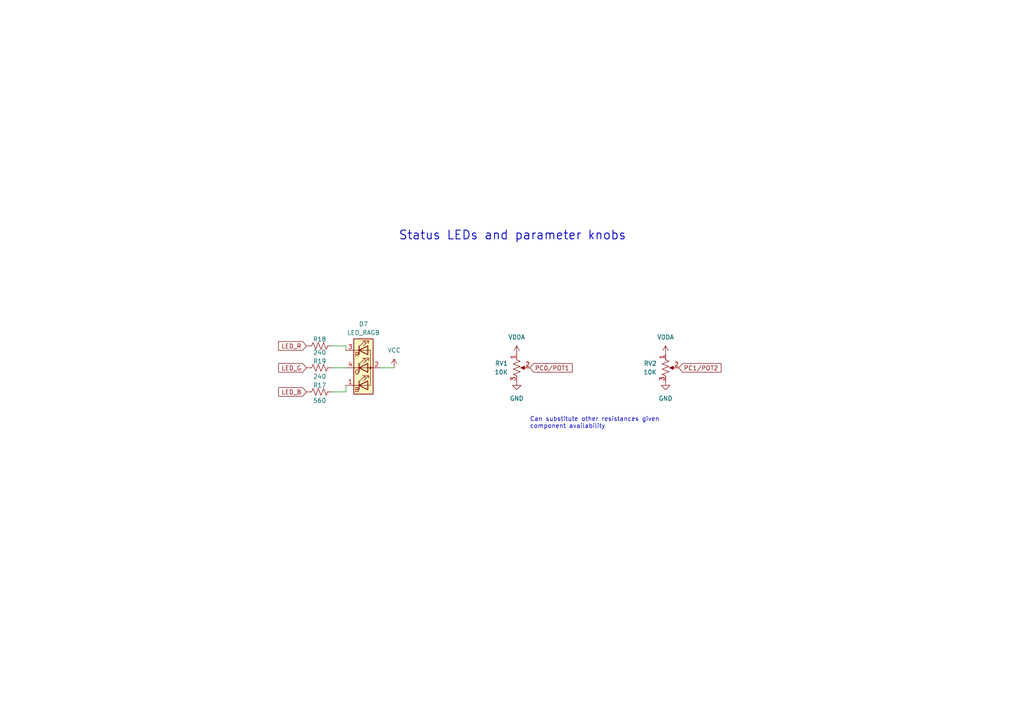
<source format=kicad_sch>
(kicad_sch (version 20230121) (generator eeschema)
  (paper "A4")
  (title_block (title "DSP PAW add-on board") (date "2023-09-04") (rev "2") (company "bitgloo") (comment 1 "Released under the CERN Open Hardware Licence Version 2 - Strongly Reciprocal"))
  (lib_symbols
    (symbol "Device:LED_BARG" (pin_names (offset 0) hide)
      (property "Reference" "D" (at 0 9.398 0))
      (property "Value" "LED_BARG" (at 0 -8.89 0))
      (symbol "LED_BARG_0_0"
        (text "B" (at -1.905 -6.35 0) (effects (font (size 1.27 1.27))))
        (text "G" (at -1.905 -1.27 0) (effects (font (size 1.27 1.27))))
        (text "R" (at -1.905 3.81 0) (effects (font (size 1.27 1.27))))
      )
      (symbol "LED_BARG_0_1"
        (polyline (pts (xy -1.27 -5.08) (xy -2.54 -5.08)))
        (polyline (pts (xy -1.27 -5.08) (xy 1.27 -5.08)))
        (polyline (pts (xy -1.27 -3.81) (xy -1.27 -6.35)) (stroke (width 0.254)))
        (polyline (pts (xy -1.27 0) (xy -2.54 0)))
        (polyline (pts (xy -1.27 1.27) (xy -1.27 -1.27)) (stroke (width 0.254)))
        (polyline (pts (xy -1.27 5.08) (xy -2.54 5.08)))
        (polyline (pts (xy -1.27 5.08) (xy 1.27 5.08)))
        (polyline (pts (xy -1.27 6.35) (xy -1.27 3.81)) (stroke (width 0.254)))
        (polyline (pts (xy 1.27 0) (xy -1.27 0)))
        (polyline (pts (xy 1.27 0) (xy 2.54 0)))
        (polyline (pts (xy -1.27 1.27) (xy -1.27 -1.27) (xy -1.27 -1.27)))
        (polyline (pts (xy -1.27 6.35) (xy -1.27 3.81) (xy -1.27 3.81)))
        (polyline (pts (xy 1.27 -5.08) (xy 2.032 -5.08) (xy 2.032 5.08) (xy 1.27 5.08)))
        (polyline (pts (xy 1.27 -3.81) (xy 1.27 -6.35) (xy -1.27 -5.08) (xy 1.27 -3.81)) (stroke (width 0.254)))
        (polyline (pts (xy 1.27 1.27) (xy 1.27 -1.27) (xy -1.27 0) (xy 1.27 1.27)) (stroke (width 0.254)))
        (polyline (pts (xy 1.27 6.35) (xy 1.27 3.81) (xy -1.27 5.08) (xy 1.27 6.35)) (stroke (width 0.254)))
        (polyline (pts (xy -1.016 -3.81) (xy 0.508 -2.286) (xy -0.254 -2.286) (xy 0.508 -2.286) (xy 0.508 -3.048)))
        (polyline (pts (xy -1.016 1.27) (xy 0.508 2.794) (xy -0.254 2.794) (xy 0.508 2.794) (xy 0.508 2.032)))
        (polyline (pts (xy -1.016 6.35) (xy 0.508 7.874) (xy -0.254 7.874) (xy 0.508 7.874) (xy 0.508 7.112)))
        (polyline (pts (xy 0 -3.81) (xy 1.524 -2.286) (xy 0.762 -2.286) (xy 1.524 -2.286) (xy 1.524 -3.048)))
        (polyline (pts (xy 0 1.27) (xy 1.524 2.794) (xy 0.762 2.794) (xy 1.524 2.794) (xy 1.524 2.032)))
        (polyline (pts (xy 0 6.35) (xy 1.524 7.874) (xy 0.762 7.874) (xy 1.524 7.874) (xy 1.524 7.112)))
        (rectangle (start 1.27 -1.27) (end 1.27 1.27))
        (rectangle (start 1.27 1.27) (end 1.27 1.27))
        (rectangle (start 1.27 3.81) (end 1.27 6.35))
        (rectangle (start 1.27 6.35) (end 1.27 6.35))
        (circle (center 2.032 0) (radius 0.254) (fill (type outline)))
        (rectangle (start 2.794 8.382) (end -2.794 -7.62) (stroke (width 0.254)) (fill (type background)))
      )
      (symbol "LED_BARG_1_1"
        (pin passive line (at -5.08 -5.08 0) (length 2.54) (name "BK") (number "1"))
        (pin passive line (at 5.08 0 180) (length 2.54) (name "A") (number "2"))
        (pin passive line (at -5.08 5.08 0) (length 2.54) (name "RK") (number "3"))
        (pin passive line (at -5.08 0 0) (length 2.54) (name "GK") (number "4"))
      )
    )
    (symbol "Device:R_Potentiometer_US" (pin_names (offset 1.016) hide)
      (property "Reference" "RV" (at -4.445 0 90))
      (property "Value" "R_Potentiometer_US" (at -2.54 0 90))
      (symbol "R_Potentiometer_US_0_1"
        (polyline (pts (xy 0 -2.286) (xy 0 -2.54)))
        (polyline (pts (xy 0 2.54) (xy 0 2.286)))
        (polyline (pts (xy 2.54 0) (xy 1.524 0)))
        (polyline (pts (xy 1.143 0) (xy 2.286 0.508) (xy 2.286 -0.508) (xy 1.143 0)) (fill (type outline)))
        (polyline (pts (xy 0 -0.762) (xy 1.016 -1.143) (xy 0 -1.524) (xy -1.016 -1.905) (xy 0 -2.286)))
        (polyline (pts (xy 0 0.762) (xy 1.016 0.381) (xy 0 0) (xy -1.016 -0.381) (xy 0 -0.762)))
        (polyline (pts (xy 0 2.286) (xy 1.016 1.905) (xy 0 1.524) (xy -1.016 1.143) (xy 0 0.762)))
      )
      (symbol "R_Potentiometer_US_1_1"
        (pin passive line (at 0 3.81 270) (length 1.27) (name "1") (number "1"))
        (pin passive line (at 3.81 0 180) (length 1.27) (name "2") (number "2"))
        (pin passive line (at 0 -3.81 90) (length 1.27) (name "3") (number "3"))
      )
    )
    (symbol "Device:R_US" (pin_numbers hide) (pin_names (offset 0))
      (property "Reference" "R" (at 2.54 0 90))
      (property "Value" "R_US" (at -2.54 0 90))
      (symbol "R_US_0_1"
        (polyline (pts (xy 0 -2.286) (xy 0 -2.54)))
        (polyline (pts (xy 0 2.286) (xy 0 2.54)))
        (polyline (pts (xy 0 -0.762) (xy 1.016 -1.143) (xy 0 -1.524) (xy -1.016 -1.905) (xy 0 -2.286)))
        (polyline (pts (xy 0 0.762) (xy 1.016 0.381) (xy 0 0) (xy -1.016 -0.381) (xy 0 -0.762)))
        (polyline (pts (xy 0 2.286) (xy 1.016 1.905) (xy 0 1.524) (xy -1.016 1.143) (xy 0 0.762)))
      )
      (symbol "R_US_1_1"
        (pin passive line (at 0 3.81 270) (length 1.27) (name "~") (number "1"))
        (pin passive line (at 0 -3.81 90) (length 1.27) (name "~") (number "2"))
      )
    )
    (symbol "power:GND" (power) (pin_names (offset 0))
      (property "Value" "GND" (at 0 -3.81 0))
      (symbol "GND_0_1"
        (polyline (pts (xy 0 0) (xy 0 -1.27) (xy 1.27 -1.27) (xy 0 -2.54) (xy -1.27 -1.27) (xy 0 -1.27)))
      )
      (symbol "GND_1_1"
        (pin power_in line (at 0 0 270) (length 0) hide (name "GND") (number "1"))
      )
    )
    (symbol "power:VCC" (power) (pin_names (offset 0))
      (property "Value" "VCC" (at 0 3.81 0))
      (symbol "VCC_0_1"
        (polyline (pts (xy -0.762 1.27) (xy 0 2.54)))
        (polyline (pts (xy 0 0) (xy 0 2.54)))
        (polyline (pts (xy 0 2.54) (xy 0.762 1.27)))
      )
      (symbol "VCC_1_1"
        (pin power_in line (at 0 0 90) (length 0) hide (name "VCC") (number "1"))
      )
    )
    (symbol "power:VDDA" (power) (pin_names (offset 0))
      (property "Value" "VDDA" (at 0 3.81 0))
      (symbol "VDDA_0_1"
        (polyline (pts (xy -0.762 1.27) (xy 0 2.54)))
        (polyline (pts (xy 0 0) (xy 0 2.54)))
        (polyline (pts (xy 0 2.54) (xy 0.762 1.27)))
      )
      (symbol "VDDA_1_1"
        (pin power_in line (at 0 0 90) (length 0) hide (name "VDDA") (number "1"))
      )
    )
  )
  (wire (pts (xy 96.52 113.665) (xy 100.33 113.665)))
  (wire (pts (xy 110.49 106.68) (xy 114.3 106.68)))
  (wire (pts (xy 96.52 106.68) (xy 100.33 106.68)))
  (wire (pts (xy 100.33 113.665) (xy 100.33 111.76)))
  (wire (pts (xy 96.52 100.33) (xy 100.33 100.33)))
  (wire (pts (xy 100.33 100.33) (xy 100.33 101.6)))
  (text "Status LEDs and parameter knobs" (at 115.57 69.85 0) (effects (font (size 2.54 2.54) (thickness 0.254) bold) (justify left bottom)))
  (text "Can substitute other resistances given\ncomponent availability" (at 153.67 124.46 0) (effects (font (size 1.27 1.27)) (justify left bottom)))
  (global_label "PC0{slash}POT1" (shape input) (at 153.67 106.68 0) (property "Intersheetrefs" "${INTERSHEET_REFS}" (effects hide)))
  (global_label "LED_G" (shape input) (at 88.9 106.68 180) (property "Intersheetrefs" "${INTERSHEET_REFS}" (effects hide)))
  (global_label "LED_B" (shape input) (at 88.9 113.665 180) (property "Intersheetrefs" "${INTERSHEET_REFS}" (effects hide)))
  (global_label "PC1{slash}POT2" (shape input) (at 196.85 106.68 0) (property "Intersheetrefs" "${INTERSHEET_REFS}" (effects hide)))
  (global_label "LED_R" (shape input) (at 88.9 100.33 180) (property "Intersheetrefs" "${INTERSHEET_REFS}" (effects hide)))
  (symbol (lib_id "Device:R_Potentiometer_US") (at 193.04 106.68 0) (unit 1)
    (property "Reference" "RV2" (at 190.5 105.4099 0) (effects (justify right)))
    (property "Value" "10K" (at 190.5 107.9499 0) (effects (justify right)))
    (property "Footprint" "Potentiometer_THT:Potentiometer_Bourns_3386P_Vertical" (effects hide))
    (property "Part Number" "3386P-1-103TLF" (effects hide))
  )
  (symbol (lib_id "Device:R_US") (at 92.71 100.33 90) (unit 1)
    (property "Reference" "R18" (at 92.71 98.425 90))
    (property "Value" "240" (at 92.71 102.235 90))
    (property "Footprint" "Resistor_SMD:R_0603_1608Metric" (effects hide))
    (property "Part Number" "RC0603JR-07240RL" (effects hide))
    (instances (project "stmdsp_rev3" (path "" (reference "R18") (unit 1))) (project "DSP PAW add-on board" (path "" (reference "R16") (unit 1)) (path "" (reference "R24") (unit 1))))
  )
  (symbol (lib_id "power:GND") (at 149.86 110.49 0) (unit 1)
    (property "Reference" "#PWR058" (effects hide))
    (property "Value" "GND" (at 149.86 115.57 0))
    (instances (project "stmdsp_rev3" (path "" (reference "#PWR058") (unit 1))) (project "DSP PAW add-on board" (path "" (reference "#PWR024") (unit 1)) (path "" (reference "#PWR070") (unit 1))))
  )
  (symbol (lib_id "power:VDDA") (at 193.04 102.87 0) (unit 1)
    (property "Reference" "#PWR013" (effects hide))
    (property "Value" "VDDA" (at 193.04 97.79 0))
    (instances (project "stmdsp_rev3" (path "" (reference "#PWR013") (unit 1))) (project "DSP PAW add-on board" (path "" (reference "#PWR033") (unit 1)) (path "" (reference "#PWR024") (unit 1)) (path "" (reference "#PWR067") (unit 1))))
  )
  (symbol (lib_id "power:GND") (at 193.04 110.49 0) (unit 1)
    (property "Reference" "#PWR059" (effects hide))
    (property "Value" "GND" (at 193.04 115.57 0))
    (instances (project "stmdsp_rev3" (path "" (reference "#PWR059") (unit 1))) (project "DSP PAW add-on board" (path "" (reference "#PWR028") (unit 1)) (path "" (reference "#PWR071") (unit 1))))
  )
  (symbol (lib_id "Device:R_US") (at 92.71 113.665 90) (unit 1)
    (property "Reference" "R17" (at 92.71 111.76 90))
    (property "Value" "560" (at 92.71 116.205 90))
    (property "Footprint" "Resistor_SMD:R_0603_1608Metric" (effects hide))
    (property "Part Number" "RC0603JR-07560RL" (effects hide))
    (instances (project "stmdsp_rev3" (path "" (reference "R17") (unit 1))) (project "DSP PAW add-on board" (path "" (reference "R15") (unit 1)) (path "" (reference "R23") (unit 1))))
  )
  (symbol (lib_id "Device:LED_BARG") (at 105.41 106.68 0) (unit 1)
    (property "Reference" "D7" (at 105.41 93.98 0))
    (property "Value" "LED_RAGB" (at 105.41 96.52 0))
    (property "Footprint" "LED_SMD:LED_Kingbright_AAA3528ESGCT" (effects hide))
    (property "Part Number" "LTST-C19HE1WT" (effects hide))
  )
  (symbol (lib_id "Device:R_US") (at 92.71 106.68 90) (unit 1)
    (property "Reference" "R19" (at 92.71 104.775 90))
    (property "Value" "240" (at 92.71 109.22 90))
    (property "Footprint" "Resistor_SMD:R_0603_1608Metric" (effects hide))
    (property "Part Number" "RC0603JR-07240RL" (effects hide))
    (instances (project "stmdsp_rev3" (path "" (reference "R19") (unit 1))) (project "DSP PAW add-on board" (path "" (reference "R17") (unit 1)) (path "" (reference "R25") (unit 1))))
  )
  (symbol (lib_id "power:VDDA") (at 149.86 102.87 0) (unit 1)
    (property "Reference" "#PWR013" (effects hide))
    (property "Value" "VDDA" (at 149.86 97.79 0))
    (instances (project "stmdsp_rev3" (path "" (reference "#PWR013") (unit 1))) (project "DSP PAW add-on board" (path "" (reference "#PWR033") (unit 1)) (path "" (reference "#PWR024") (unit 1)) (path "" (reference "#PWR054") (unit 1))))
  )
  (symbol (lib_id "power:VCC") (at 114.3 106.68 0) (unit 1)
    (property "Reference" "#PWR057" (effects hide))
    (property "Value" "VCC" (at 114.3 101.6 0))
    (instances (project "stmdsp_rev3" (path "" (reference "#PWR057") (unit 1))) (project "DSP PAW add-on board" (path "" (reference "#PWR019") (unit 1)) (path "" (reference "#PWR069") (unit 1))))
  )
  (symbol (lib_id "Device:R_Potentiometer_US") (at 149.86 106.68 0) (unit 1)
    (property "Reference" "RV1" (at 147.32 105.4099 0) (effects (justify right)))
    (property "Value" "10K" (at 147.32 107.9499 0) (effects (justify right)))
    (property "Footprint" "Potentiometer_THT:Potentiometer_Bourns_3386P_Vertical" (effects hide))
    (property "Part Number" "3386P-1-103TLF" (effects hide))
  )
)
</source>
